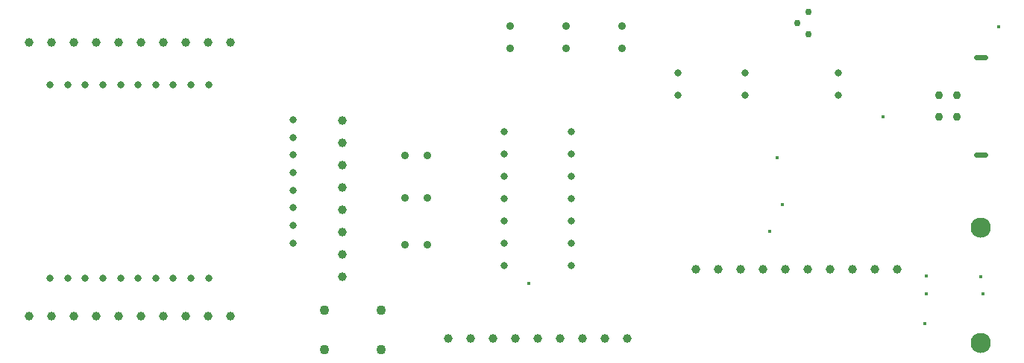
<source format=gbr>
%TF.GenerationSoftware,KiCad,Pcbnew,(5.1.0)-1*%
%TF.CreationDate,2019-04-28T08:09:08+01:00*%
%TF.ProjectId,SmartGluttonV1,536d6172-7447-46c7-9574-746f6e56312e,rev?*%
%TF.SameCoordinates,Original*%
%TF.FileFunction,Plated,1,2,PTH,Mixed*%
%TF.FilePolarity,Positive*%
%FSLAX46Y46*%
G04 Gerber Fmt 4.6, Leading zero omitted, Abs format (unit mm)*
G04 Created by KiCad (PCBNEW (5.1.0)-1) date 2019-04-28 08:09:08*
%MOMM*%
%LPD*%
G04 APERTURE LIST*
%TA.AperFunction,ViaDrill*%
%ADD10C,0.400000*%
%TD*%
%TA.AperFunction,Slot*%
%ADD11C,0.600000*%
%TD*%
%TA.AperFunction,ComponentDrill*%
%ADD12C,0.750000*%
%TD*%
%TA.AperFunction,ComponentDrill*%
%ADD13C,0.800000*%
%TD*%
%TA.AperFunction,ComponentDrill*%
%ADD14C,0.900000*%
%TD*%
%TA.AperFunction,ComponentDrill*%
%ADD15C,0.920000*%
%TD*%
%TA.AperFunction,ComponentDrill*%
%ADD16C,1.000000*%
%TD*%
%TA.AperFunction,ComponentDrill*%
%ADD17C,1.100000*%
%TD*%
%TA.AperFunction,ComponentDrill*%
%ADD18C,2.300000*%
%TD*%
G04 APERTURE END LIST*
D10*
X143129000Y-90297000D03*
X170434000Y-84328000D03*
X171297600Y-75920600D03*
X171932600Y-81305400D03*
X183311800Y-71297800D03*
X188073100Y-94855100D03*
X188214000Y-89408000D03*
X188214000Y-91440000D03*
X194437000Y-89535000D03*
X194691000Y-91440000D03*
X196418200Y-61036200D03*
D11*
%TO.C,J6*%
X194922600Y-64508600D02*
X193922600Y-64508600D01*
X194922600Y-75608600D02*
X193922600Y-75608600D01*
D12*
%TO.C,U2*%
X173609000Y-60604400D03*
X174879000Y-59334400D03*
X174879000Y-61874400D03*
D13*
%TO.C,MCU1*%
X88770000Y-67670000D03*
X88770000Y-89670000D03*
X90770000Y-67670000D03*
X90770000Y-89670000D03*
X92770000Y-67670000D03*
X92770000Y-89670000D03*
X94770000Y-67670000D03*
X94770000Y-89670000D03*
X96770000Y-67670000D03*
X96770000Y-89670000D03*
X98770000Y-67670000D03*
X98770000Y-89670000D03*
X100770000Y-67670000D03*
X100770000Y-89670000D03*
X102770000Y-67670000D03*
X102770000Y-89670000D03*
X104770000Y-67670000D03*
X104770000Y-89670000D03*
X106770000Y-67670000D03*
X106770000Y-89670000D03*
X116330000Y-71660000D03*
X116330000Y-73660000D03*
X116330000Y-75660000D03*
X116330000Y-77660000D03*
X116330000Y-79660000D03*
X116330000Y-81660000D03*
X116330000Y-83660000D03*
X116330000Y-85660000D03*
%TO.C,UART_ON*%
X160020000Y-66268600D03*
X160020000Y-68808600D03*
X167640000Y-66268600D03*
X167640000Y-68808600D03*
%TO.C,C6*%
X178282600Y-66308600D03*
X178282600Y-68808600D03*
%TO.C,U3*%
X140335000Y-73025000D03*
X140335000Y-75565000D03*
X140335000Y-78105000D03*
X140335000Y-80645000D03*
X140335000Y-83185000D03*
X140335000Y-85725000D03*
X140335000Y-88265000D03*
X147955000Y-73025000D03*
X147955000Y-75565000D03*
X147955000Y-78105000D03*
X147955000Y-80645000D03*
X147955000Y-83185000D03*
X147955000Y-85725000D03*
X147955000Y-88265000D03*
D14*
%TO.C,LORA_SEND*%
X129032000Y-75692000D03*
X131572000Y-75692000D03*
%TO.C,NETWORK_JOIN*%
X129032000Y-85852000D03*
X131572000Y-85852000D03*
%TO.C,GPS_RX*%
X129032000Y-80518000D03*
X131572000Y-80518000D03*
%TO.C,D5*%
X147320000Y-60960000D03*
X147320000Y-63500000D03*
%TO.C,D6*%
X153670000Y-60960000D03*
X153670000Y-63500000D03*
%TO.C,SIGNAL_STR1*%
X140970000Y-60960000D03*
X140970000Y-63500000D03*
D15*
%TO.C,J6*%
X189712600Y-68808600D03*
X189712600Y-71308600D03*
X191712600Y-68808600D03*
X191712600Y-71308600D03*
D16*
%TO.C,J7*%
X133985000Y-96520000D03*
X136525000Y-96520000D03*
X139065000Y-96520000D03*
X141605000Y-96520000D03*
X144145000Y-96520000D03*
X146685000Y-96520000D03*
X149225000Y-96520000D03*
X151765000Y-96520000D03*
X154305000Y-96520000D03*
%TO.C,J3*%
X86360000Y-62865000D03*
X88900000Y-62865000D03*
X91440000Y-62865000D03*
X93980000Y-62865000D03*
X96520000Y-62865000D03*
X99060000Y-62865000D03*
X101600000Y-62865000D03*
X104140000Y-62865000D03*
X106680000Y-62865000D03*
X109220000Y-62865000D03*
%TO.C,J1*%
X121920000Y-71755000D03*
X121920000Y-74295000D03*
X121920000Y-76835000D03*
X121920000Y-79375000D03*
X121920000Y-81915000D03*
X121920000Y-84455000D03*
X121920000Y-86995000D03*
X121920000Y-89535000D03*
%TO.C,J4*%
X86360000Y-93980000D03*
X88900000Y-93980000D03*
X91440000Y-93980000D03*
X93980000Y-93980000D03*
X96520000Y-93980000D03*
X99060000Y-93980000D03*
X101600000Y-93980000D03*
X104140000Y-93980000D03*
X106680000Y-93980000D03*
X109220000Y-93980000D03*
%TO.C,J2*%
X162052000Y-88646000D03*
X164592000Y-88646000D03*
X167132000Y-88646000D03*
X169672000Y-88646000D03*
X172212000Y-88646000D03*
X174752000Y-88646000D03*
X177292000Y-88646000D03*
X179832000Y-88646000D03*
X182372000Y-88646000D03*
X184912000Y-88646000D03*
D17*
%TO.C,SW2*%
X119888000Y-93290000D03*
X119888000Y-97790000D03*
X126388000Y-93290000D03*
X126388000Y-97790000D03*
D18*
%TO.C,J5*%
X194468800Y-83879400D03*
X194468800Y-97019400D03*
M02*

</source>
